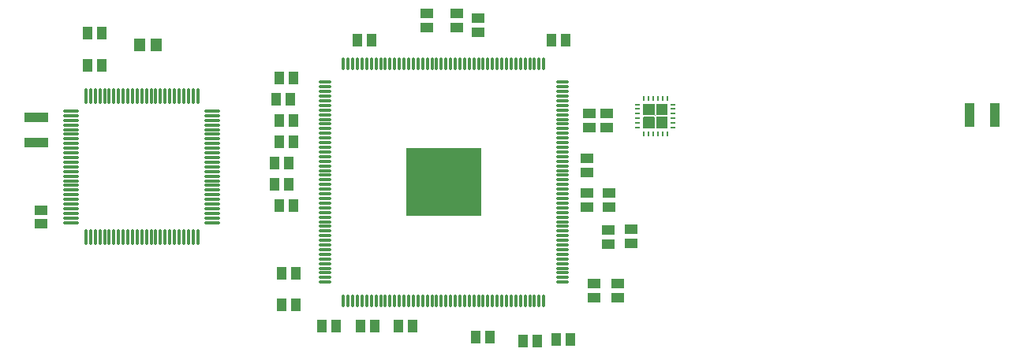
<source format=gtp>
G04 Layer_Color=8421504*
%FSLAX25Y25*%
%MOIN*%
G70*
G01*
G75*
%ADD10O,0.06890X0.01181*%
%ADD11O,0.01181X0.06890*%
%ADD12R,0.05512X0.04331*%
%ADD13R,0.04331X0.05512*%
%ADD15O,0.01181X0.05709*%
%ADD16O,0.05709X0.01181*%
%ADD17R,0.10236X0.04331*%
%ADD18R,0.04331X0.10236*%
%ADD19R,0.04724X0.05512*%
%ADD20R,0.00984X0.02362*%
%ADD21R,0.02362X0.00984*%
%ADD40R,0.00100X0.00100*%
%ADD41R,0.00100X0.00100*%
G36*
X279580Y140233D02*
X279617Y140222D01*
X279650Y140204D01*
X279679Y140180D01*
X279704Y140150D01*
X279721Y140117D01*
X279732Y140080D01*
X279736Y140042D01*
Y135587D01*
X279732Y135550D01*
X279721Y135513D01*
X279704Y135480D01*
X279679Y135450D01*
X279650Y135426D01*
X279617Y135408D01*
X279580Y135397D01*
X279542Y135394D01*
X275087D01*
X275050Y135397D01*
X275013Y135408D01*
X274980Y135426D01*
X274950Y135450D01*
X274926Y135480D01*
X274908Y135513D01*
X274897Y135550D01*
X274894Y135587D01*
Y140042D01*
X274897Y140080D01*
X274908Y140117D01*
X274926Y140150D01*
X274950Y140180D01*
X274980Y140204D01*
X275013Y140222D01*
X275050Y140233D01*
X275087Y140236D01*
X279542D01*
X279580Y140233D01*
D02*
G37*
G36*
X273950D02*
X273987Y140222D01*
X274020Y140204D01*
X274050Y140180D01*
X274074Y140150D01*
X274092Y140117D01*
X274103Y140080D01*
X274106Y140042D01*
Y135587D01*
X274103Y135550D01*
X274092Y135513D01*
X274074Y135480D01*
X274050Y135450D01*
X274020Y135426D01*
X273987Y135408D01*
X273950Y135397D01*
X273913Y135394D01*
X269458D01*
X269420Y135397D01*
X269383Y135408D01*
X269350Y135426D01*
X269321Y135450D01*
X269296Y135480D01*
X269279Y135513D01*
X269268Y135550D01*
X269264Y135587D01*
Y140042D01*
X269268Y140080D01*
X269279Y140117D01*
X269296Y140150D01*
X269321Y140180D01*
X269350Y140204D01*
X269383Y140222D01*
X269420Y140233D01*
X269458Y140236D01*
X273913D01*
X273950Y140233D01*
D02*
G37*
G36*
X279580Y134603D02*
X279617Y134592D01*
X279650Y134574D01*
X279679Y134550D01*
X279704Y134520D01*
X279721Y134487D01*
X279732Y134450D01*
X279736Y134413D01*
Y129957D01*
X279732Y129920D01*
X279721Y129883D01*
X279704Y129850D01*
X279679Y129821D01*
X279650Y129796D01*
X279617Y129779D01*
X279580Y129768D01*
X279542Y129764D01*
X275087D01*
X275050Y129768D01*
X275013Y129779D01*
X274980Y129796D01*
X274950Y129821D01*
X274926Y129850D01*
X274908Y129883D01*
X274897Y129920D01*
X274894Y129957D01*
Y134413D01*
X274897Y134450D01*
X274908Y134487D01*
X274926Y134520D01*
X274950Y134550D01*
X274980Y134574D01*
X275013Y134592D01*
X275050Y134603D01*
X275087Y134606D01*
X279542D01*
X279580Y134603D01*
D02*
G37*
G36*
X273950D02*
X273987Y134592D01*
X274020Y134574D01*
X274050Y134550D01*
X274074Y134520D01*
X274092Y134487D01*
X274103Y134450D01*
X274106Y134413D01*
Y129957D01*
X274103Y129920D01*
X274092Y129883D01*
X274074Y129850D01*
X274050Y129821D01*
X274020Y129796D01*
X273987Y129779D01*
X273950Y129768D01*
X273913Y129764D01*
X269458D01*
X269420Y129768D01*
X269383Y129779D01*
X269350Y129796D01*
X269321Y129821D01*
X269296Y129850D01*
X269279Y129883D01*
X269268Y129920D01*
X269264Y129957D01*
Y134413D01*
X269268Y134450D01*
X269279Y134487D01*
X269296Y134520D01*
X269321Y134550D01*
X269350Y134574D01*
X269383Y134592D01*
X269420Y134603D01*
X269458Y134606D01*
X273913D01*
X273950Y134603D01*
D02*
G37*
G36*
X200886Y92610D02*
X169114D01*
Y121370D01*
X200886D01*
Y92610D01*
D02*
G37*
D10*
X87323Y137122D02*
D03*
Y135153D02*
D03*
Y133185D02*
D03*
Y131217D02*
D03*
Y129248D02*
D03*
Y127279D02*
D03*
Y125311D02*
D03*
Y123343D02*
D03*
Y121374D02*
D03*
Y119405D02*
D03*
Y117437D02*
D03*
Y115469D02*
D03*
Y113500D02*
D03*
Y111531D02*
D03*
Y109563D02*
D03*
Y107595D02*
D03*
Y105626D02*
D03*
Y103657D02*
D03*
Y101689D02*
D03*
Y99721D02*
D03*
Y97752D02*
D03*
Y95784D02*
D03*
Y93815D02*
D03*
Y91847D02*
D03*
Y89878D02*
D03*
X27677D02*
D03*
Y91847D02*
D03*
Y93815D02*
D03*
Y95784D02*
D03*
Y97752D02*
D03*
Y99721D02*
D03*
Y101689D02*
D03*
Y103657D02*
D03*
Y105626D02*
D03*
Y107595D02*
D03*
Y109563D02*
D03*
Y111531D02*
D03*
Y113500D02*
D03*
Y115469D02*
D03*
Y117437D02*
D03*
Y119405D02*
D03*
Y121374D02*
D03*
Y123343D02*
D03*
Y125311D02*
D03*
Y127279D02*
D03*
Y129248D02*
D03*
Y131217D02*
D03*
Y133185D02*
D03*
Y135153D02*
D03*
Y137122D02*
D03*
D11*
X81122Y83677D02*
D03*
X79154D02*
D03*
X77185D02*
D03*
X75217D02*
D03*
X73248D02*
D03*
X71280D02*
D03*
X69311D02*
D03*
X67343D02*
D03*
X65374D02*
D03*
X63406D02*
D03*
X61437D02*
D03*
X59469D02*
D03*
X57500D02*
D03*
X55532D02*
D03*
X53563D02*
D03*
X51595D02*
D03*
X49626D02*
D03*
X47657D02*
D03*
X45689D02*
D03*
X43720D02*
D03*
X41752D02*
D03*
X39783D02*
D03*
X37815D02*
D03*
X35846D02*
D03*
X33878D02*
D03*
Y143323D02*
D03*
X35846D02*
D03*
X37815D02*
D03*
X39783D02*
D03*
X41752D02*
D03*
X43720D02*
D03*
X45689D02*
D03*
X47657D02*
D03*
X49626D02*
D03*
X51595D02*
D03*
X53563D02*
D03*
X55532D02*
D03*
X57500D02*
D03*
X59469D02*
D03*
X61437D02*
D03*
X63406D02*
D03*
X65374D02*
D03*
X67343D02*
D03*
X69311D02*
D03*
X71280D02*
D03*
X73248D02*
D03*
X75217D02*
D03*
X77185D02*
D03*
X79154D02*
D03*
X81122D02*
D03*
D12*
X245500Y102453D02*
D03*
Y96547D02*
D03*
X199500Y170547D02*
D03*
Y176453D02*
D03*
X15000Y95189D02*
D03*
Y89284D02*
D03*
X178000Y172547D02*
D03*
Y178453D02*
D03*
X190500Y172547D02*
D03*
Y178453D02*
D03*
X246500Y135953D02*
D03*
Y130047D02*
D03*
X254000Y136138D02*
D03*
Y130232D02*
D03*
X245500Y116953D02*
D03*
Y111047D02*
D03*
X255000Y102453D02*
D03*
Y96547D02*
D03*
X254500Y86815D02*
D03*
Y80910D02*
D03*
X264205Y86953D02*
D03*
Y81047D02*
D03*
X248500Y63953D02*
D03*
Y58047D02*
D03*
X258500Y63953D02*
D03*
Y58047D02*
D03*
D13*
X232547Y40500D02*
D03*
X238453D02*
D03*
X121453Y97000D02*
D03*
X115547D02*
D03*
X119500Y106000D02*
D03*
X113594D02*
D03*
X121453Y124000D02*
D03*
X115547D02*
D03*
X121453Y133000D02*
D03*
X115547D02*
D03*
X120085Y142000D02*
D03*
X114179D02*
D03*
X230547Y167000D02*
D03*
X236453D02*
D03*
X40453Y156500D02*
D03*
X34547D02*
D03*
X34547Y170000D02*
D03*
X40453D02*
D03*
X115547Y151000D02*
D03*
X121453D02*
D03*
X154453Y167000D02*
D03*
X148547D02*
D03*
X122453Y55000D02*
D03*
X116547D02*
D03*
X122453Y68500D02*
D03*
X116547D02*
D03*
X139453Y46000D02*
D03*
X133547D02*
D03*
X155953D02*
D03*
X150047D02*
D03*
X171953D02*
D03*
X166047D02*
D03*
X119453Y115000D02*
D03*
X113547D02*
D03*
X218547Y39783D02*
D03*
X224453D02*
D03*
X198547Y41500D02*
D03*
X204453D02*
D03*
D15*
X227323Y157098D02*
D03*
X225354D02*
D03*
X223386D02*
D03*
X221417D02*
D03*
X219449D02*
D03*
X217480D02*
D03*
X215512D02*
D03*
X213543D02*
D03*
X211575D02*
D03*
X209606D02*
D03*
X207638D02*
D03*
X205669D02*
D03*
X203701D02*
D03*
X201732D02*
D03*
X199764D02*
D03*
X197795D02*
D03*
X195827D02*
D03*
X193858D02*
D03*
X191890D02*
D03*
X189921D02*
D03*
X187953D02*
D03*
X185984D02*
D03*
X184016D02*
D03*
X182047D02*
D03*
X180079D02*
D03*
X178110D02*
D03*
X176142D02*
D03*
X174173D02*
D03*
X172205D02*
D03*
X170236D02*
D03*
X168268D02*
D03*
X166299D02*
D03*
X164331D02*
D03*
X162362D02*
D03*
X160394D02*
D03*
X158425D02*
D03*
X156457D02*
D03*
X154488D02*
D03*
X152520D02*
D03*
X150551D02*
D03*
X148583D02*
D03*
X146614D02*
D03*
X144646D02*
D03*
X142677D02*
D03*
Y56902D02*
D03*
X144646D02*
D03*
X146614D02*
D03*
X148583D02*
D03*
X150551D02*
D03*
X152520D02*
D03*
X154488D02*
D03*
X156457D02*
D03*
X158425D02*
D03*
X160394D02*
D03*
X162362D02*
D03*
X164331D02*
D03*
X166299D02*
D03*
X168268D02*
D03*
X170236D02*
D03*
X172205D02*
D03*
X174173D02*
D03*
X176142D02*
D03*
X178110D02*
D03*
X180079D02*
D03*
X182047D02*
D03*
X184016D02*
D03*
X185984D02*
D03*
X187953D02*
D03*
X189921D02*
D03*
X191890D02*
D03*
X193858D02*
D03*
X195827D02*
D03*
X197795D02*
D03*
X199764D02*
D03*
X201732D02*
D03*
X203701D02*
D03*
X205669D02*
D03*
X207638D02*
D03*
X209606D02*
D03*
X211575D02*
D03*
X213543D02*
D03*
X215512D02*
D03*
X217480D02*
D03*
X219449D02*
D03*
X221417D02*
D03*
X223386D02*
D03*
X225354D02*
D03*
X227323D02*
D03*
D16*
X134902Y149323D02*
D03*
Y147354D02*
D03*
Y145386D02*
D03*
Y143417D02*
D03*
Y141449D02*
D03*
Y139480D02*
D03*
Y137512D02*
D03*
Y135543D02*
D03*
Y133575D02*
D03*
Y131606D02*
D03*
Y129638D02*
D03*
Y127669D02*
D03*
Y125701D02*
D03*
Y123732D02*
D03*
Y121764D02*
D03*
Y119795D02*
D03*
Y117827D02*
D03*
Y115858D02*
D03*
Y113890D02*
D03*
Y111921D02*
D03*
Y109953D02*
D03*
Y107984D02*
D03*
Y106016D02*
D03*
Y104047D02*
D03*
Y102079D02*
D03*
Y100110D02*
D03*
Y98142D02*
D03*
Y96173D02*
D03*
Y94205D02*
D03*
Y92236D02*
D03*
Y90268D02*
D03*
Y88299D02*
D03*
Y86331D02*
D03*
Y84362D02*
D03*
Y82394D02*
D03*
Y80425D02*
D03*
Y78457D02*
D03*
Y76488D02*
D03*
Y74520D02*
D03*
Y72551D02*
D03*
Y70583D02*
D03*
Y68614D02*
D03*
Y66646D02*
D03*
Y64677D02*
D03*
X235098D02*
D03*
Y66646D02*
D03*
Y68614D02*
D03*
Y70583D02*
D03*
Y72551D02*
D03*
Y74520D02*
D03*
Y76488D02*
D03*
Y78457D02*
D03*
Y80425D02*
D03*
Y82394D02*
D03*
Y84362D02*
D03*
Y86331D02*
D03*
Y88299D02*
D03*
Y90268D02*
D03*
Y92236D02*
D03*
Y94205D02*
D03*
Y96173D02*
D03*
Y98142D02*
D03*
Y100110D02*
D03*
Y102079D02*
D03*
Y104047D02*
D03*
Y106016D02*
D03*
Y107984D02*
D03*
Y109953D02*
D03*
Y111921D02*
D03*
Y113890D02*
D03*
Y115858D02*
D03*
Y117827D02*
D03*
Y119795D02*
D03*
Y121764D02*
D03*
Y123732D02*
D03*
Y125701D02*
D03*
Y127669D02*
D03*
Y129638D02*
D03*
Y131606D02*
D03*
Y133575D02*
D03*
Y135543D02*
D03*
Y137512D02*
D03*
Y139480D02*
D03*
Y141449D02*
D03*
Y143417D02*
D03*
Y145386D02*
D03*
Y147354D02*
D03*
Y149323D02*
D03*
D17*
X13000Y123685D02*
D03*
Y134315D02*
D03*
D18*
X417815Y135543D02*
D03*
X407185D02*
D03*
D19*
X63543Y165000D02*
D03*
X56457D02*
D03*
D20*
X269579Y127520D02*
D03*
X271547D02*
D03*
X273516D02*
D03*
X275484D02*
D03*
X277453D02*
D03*
X279421D02*
D03*
Y142480D02*
D03*
X277453D02*
D03*
X275484D02*
D03*
X273516D02*
D03*
X271547D02*
D03*
X269579D02*
D03*
D21*
X281980Y130079D02*
D03*
Y132047D02*
D03*
Y134016D02*
D03*
Y135984D02*
D03*
Y137953D02*
D03*
Y139921D02*
D03*
X267020D02*
D03*
Y137953D02*
D03*
Y135984D02*
D03*
Y134016D02*
D03*
Y132047D02*
D03*
X267000Y130000D02*
D03*
D40*
X185000Y107000D02*
D03*
D41*
X274500Y135000D02*
D03*
M02*

</source>
